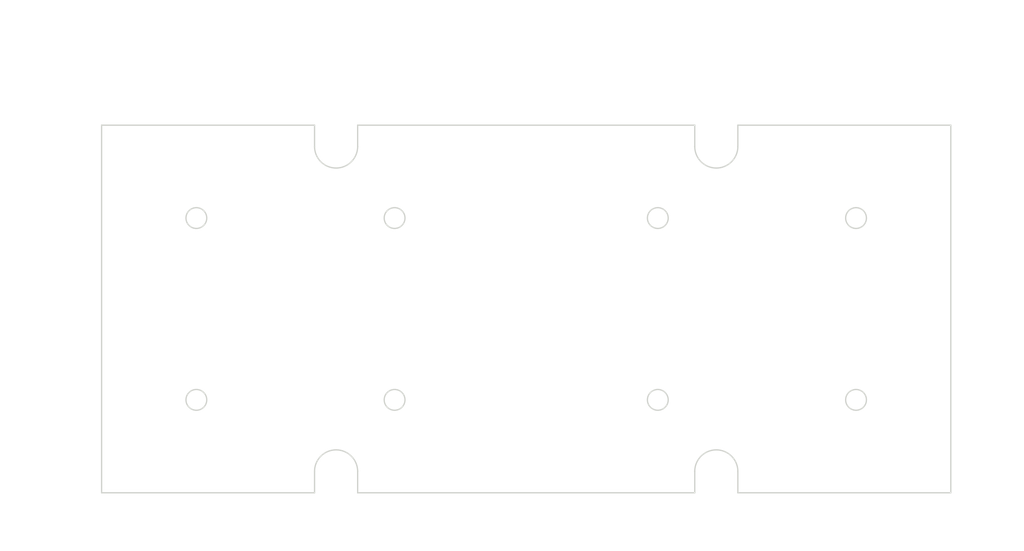
<source format=kicad_pcb>
(kicad_pcb (version 20171130) (host pcbnew "(5.1.0)-1")

  (general
    (thickness 1.6)
    (drawings 82)
    (tracks 0)
    (zones 0)
    (modules 0)
    (nets 1)
  )

  (page A4)
  (layers
    (0 F.Cu signal)
    (31 B.Cu signal)
    (32 B.Adhes user)
    (33 F.Adhes user)
    (34 B.Paste user)
    (35 F.Paste user)
    (36 B.SilkS user)
    (37 F.SilkS user)
    (38 B.Mask user)
    (39 F.Mask user)
    (40 Dwgs.User user)
    (41 Cmts.User user)
    (42 Eco1.User user)
    (43 Eco2.User user)
    (44 Edge.Cuts user)
    (45 Margin user)
    (46 B.CrtYd user)
    (47 F.CrtYd user)
    (48 B.Fab user)
    (49 F.Fab user)
  )

  (setup
    (last_trace_width 0.25)
    (trace_clearance 0.2)
    (zone_clearance 0.508)
    (zone_45_only no)
    (trace_min 0.2)
    (via_size 0.8)
    (via_drill 0.4)
    (via_min_size 0.4)
    (via_min_drill 0.3)
    (uvia_size 0.3)
    (uvia_drill 0.1)
    (uvias_allowed no)
    (uvia_min_size 0.2)
    (uvia_min_drill 0.1)
    (edge_width 0.05)
    (segment_width 0.2)
    (pcb_text_width 0.3)
    (pcb_text_size 1.5 1.5)
    (mod_edge_width 0.12)
    (mod_text_size 1 1)
    (mod_text_width 0.15)
    (pad_size 1.524 1.524)
    (pad_drill 0.762)
    (pad_to_mask_clearance 0.051)
    (solder_mask_min_width 0.25)
    (aux_axis_origin 0 0)
    (visible_elements FFFFFF7F)
    (pcbplotparams
      (layerselection 0x010fc_ffffffff)
      (usegerberextensions false)
      (usegerberattributes false)
      (usegerberadvancedattributes false)
      (creategerberjobfile false)
      (excludeedgelayer true)
      (linewidth 0.152400)
      (plotframeref false)
      (viasonmask false)
      (mode 1)
      (useauxorigin false)
      (hpglpennumber 1)
      (hpglpenspeed 20)
      (hpglpendiameter 15.000000)
      (psnegative false)
      (psa4output false)
      (plotreference true)
      (plotvalue true)
      (plotinvisibletext false)
      (padsonsilk false)
      (subtractmaskfromsilk false)
      (outputformat 1)
      (mirror false)
      (drillshape 1)
      (scaleselection 1)
      (outputdirectory ""))
  )

  (net 0 "")

  (net_class Default "This is the default net class."
    (clearance 0.2)
    (trace_width 0.25)
    (via_dia 0.8)
    (via_drill 0.4)
    (uvia_dia 0.3)
    (uvia_drill 0.1)
  )

  (gr_line (start 222.583303 74.647314) (end 222.583303 131.258567) (layer Edge.Cuts) (width 0.2))
  (gr_line (start 189.818412 74.647314) (end 222.583303 74.647314) (layer Edge.Cuts) (width 0.2))
  (gr_line (start 189.818412 77.952941) (end 189.818412 74.647314) (layer Edge.Cuts) (width 0.2))
  (gr_arc (start 186.50232 77.952941) (end 183.186228 77.952941) (angle -180) (layer Edge.Cuts) (width 0.2))
  (gr_line (start 183.186228 74.647314) (end 183.186228 77.952941) (layer Edge.Cuts) (width 0.2))
  (gr_line (start 131.318412 74.647314) (end 183.186228 74.647314) (layer Edge.Cuts) (width 0.2))
  (gr_line (start 131.318412 77.952941) (end 131.318412 74.647314) (layer Edge.Cuts) (width 0.2))
  (gr_arc (start 128.00232 77.952941) (end 124.686228 77.952941) (angle -180) (layer Edge.Cuts) (width 0.2))
  (gr_line (start 124.686228 74.647314) (end 124.686228 77.952941) (layer Edge.Cuts) (width 0.2))
  (gr_line (start 91.921337 74.647314) (end 124.686228 74.647314) (layer Edge.Cuts) (width 0.2))
  (gr_line (start 91.921337 131.258567) (end 91.921337 74.647314) (layer Edge.Cuts) (width 0.2))
  (gr_line (start 124.686228 131.258567) (end 91.921337 131.258567) (layer Edge.Cuts) (width 0.2))
  (gr_line (start 124.686228 127.952941) (end 124.686228 131.258567) (layer Edge.Cuts) (width 0.2))
  (gr_arc (start 128.00232 127.952941) (end 131.318412 127.952941) (angle -180) (layer Edge.Cuts) (width 0.2))
  (gr_line (start 131.318412 131.258567) (end 131.318412 127.952941) (layer Edge.Cuts) (width 0.2))
  (gr_line (start 183.186228 131.258567) (end 131.318412 131.258567) (layer Edge.Cuts) (width 0.2))
  (gr_line (start 183.186228 127.952941) (end 183.186228 131.258567) (layer Edge.Cuts) (width 0.2))
  (gr_arc (start 186.50232 127.952941) (end 189.818412 127.952941) (angle -180) (layer Edge.Cuts) (width 0.2))
  (gr_line (start 189.818412 131.258567) (end 189.818412 127.952941) (layer Edge.Cuts) (width 0.2))
  (gr_line (start 222.583303 131.258567) (end 189.818412 131.258567) (layer Edge.Cuts) (width 0.2))
  (gr_circle (center 106.50232 116.952941) (end 108.10232 116.952941) (layer Edge.Cuts) (width 0.2))
  (gr_circle (center 137.00232 88.952941) (end 138.60232 88.952941) (layer Edge.Cuts) (width 0.2))
  (gr_circle (center 177.50232 88.952941) (end 179.10232 88.952941) (layer Edge.Cuts) (width 0.2))
  (gr_circle (center 208.00232 88.952941) (end 209.60232 88.952941) (layer Edge.Cuts) (width 0.2))
  (gr_circle (center 208.00232 116.952941) (end 209.60232 116.952941) (layer Edge.Cuts) (width 0.2))
  (gr_circle (center 177.50232 116.952941) (end 179.10232 116.952941) (layer Edge.Cuts) (width 0.2))
  (gr_circle (center 137.00232 116.952941) (end 138.60232 116.952941) (layer Edge.Cuts) (width 0.2))
  (gr_circle (center 106.50232 88.952941) (end 108.10232 88.952941) (layer Edge.Cuts) (width 0.2))
  (gr_text [.56] (at 229.837044 125.995215) (layer Dwgs.User)
    (effects (font (size 1.7 1.53) (thickness 0.2125)))
  )
  (gr_text " 14.31" (at 229.837044 122.4372) (layer Dwgs.User)
    (effects (font (size 1.7 1.53) (thickness 0.2125)))
  )
  (gr_line (start 229.837044 118.952941) (end 229.837044 120.547739) (layer Dwgs.User) (width 0.2))
  (gr_line (start 229.837044 129.258567) (end 229.837044 127.663769) (layer Dwgs.User) (width 0.2))
  (gr_line (start 209.00232 116.952941) (end 233.012044 116.952941) (layer Dwgs.User) (width 0.2))
  (gr_line (start 223.583303 131.258567) (end 233.012044 131.258567) (layer Dwgs.User) (width 0.2))
  (gr_text [.57] (at 215.292811 138.827792) (layer Dwgs.User)
    (effects (font (size 1.7 1.53) (thickness 0.2125)))
  )
  (gr_text " 14.58" (at 215.292811 135.273836) (layer Dwgs.User)
    (effects (font (size 1.7 1.53) (thickness 0.2125)))
  )
  (gr_line (start 220.583303 136.94181) (end 219.342061 136.94181) (layer Dwgs.User) (width 0.2))
  (gr_line (start 210.00232 136.94181) (end 211.243562 136.94181) (layer Dwgs.User) (width 0.2))
  (gr_line (start 222.583303 132.258567) (end 222.583303 140.11681) (layer Dwgs.User) (width 0.2))
  (gr_line (start 208.00232 117.952941) (end 208.00232 140.11681) (layer Dwgs.User) (width 0.2))
  (gr_text [2.23] (at 80.316042 104.842402) (layer Dwgs.User)
    (effects (font (size 1.7 1.53) (thickness 0.2125)))
  )
  (gr_text " 56.61" (at 80.316042 101.284967) (layer Dwgs.User)
    (effects (font (size 1.7 1.53) (thickness 0.2125)))
  )
  (gr_line (start 80.316042 129.258567) (end 80.316042 106.510376) (layer Dwgs.User) (width 0.2))
  (gr_line (start 80.316042 76.647314) (end 80.316042 99.395505) (layer Dwgs.User) (width 0.2))
  (gr_line (start 90.921337 131.258567) (end 77.141042 131.258567) (layer Dwgs.User) (width 0.2))
  (gr_line (start 90.921337 74.647314) (end 77.141042 74.647314) (layer Dwgs.User) (width 0.2))
  (gr_text [1.20] (at 192.75232 138.831271) (layer Dwgs.User)
    (effects (font (size 1.7 1.53) (thickness 0.2125)))
  )
  (gr_text " 30.50" (at 192.75232 135.273256) (layer Dwgs.User)
    (effects (font (size 1.7 1.53) (thickness 0.2125)))
  )
  (gr_line (start 179.50232 136.94181) (end 188.707709 136.94181) (layer Dwgs.User) (width 0.2))
  (gr_line (start 206.00232 136.94181) (end 196.796931 136.94181) (layer Dwgs.User) (width 0.2))
  (gr_line (start 177.50232 117.952941) (end 177.50232 140.11681) (layer Dwgs.User) (width 0.2))
  (gr_line (start 208.00232 117.952941) (end 208.00232 140.11681) (layer Dwgs.User) (width 0.2))
  (gr_text [1.10] (at 229.798514 104.842402) (layer Dwgs.User)
    (effects (font (size 1.7 1.53) (thickness 0.2125)))
  )
  (gr_text " 28.00" (at 229.798514 101.284967) (layer Dwgs.User)
    (effects (font (size 1.7 1.53) (thickness 0.2125)))
  )
  (gr_line (start 229.798514 114.952941) (end 229.798514 106.510376) (layer Dwgs.User) (width 0.2))
  (gr_line (start 229.798514 90.952941) (end 229.798514 99.395505) (layer Dwgs.User) (width 0.2))
  (gr_line (start 209.00232 116.952941) (end 232.973514 116.952941) (layer Dwgs.User) (width 0.2))
  (gr_line (start 209.00232 88.952941) (end 232.973514 88.952941) (layer Dwgs.User) (width 0.2))
  (gr_text [.13] (at 145.857656 68.564443) (layer Dwgs.User)
    (effects (font (size 1.7 1.53) (thickness 0.2125)))
  )
  (gr_text " 3.31" (at 145.857656 65.006428) (layer Dwgs.User)
    (effects (font (size 1.7 1.53) (thickness 0.2125)))
  )
  (gr_line (start 140.634635 66.674982) (end 142.634635 66.674982) (layer Dwgs.User) (width 0.2))
  (gr_line (start 140.634635 72.647314) (end 140.634635 66.674982) (layer Dwgs.User) (width 0.2))
  (gr_line (start 140.634635 79.952941) (end 140.634635 81.952941) (layer Dwgs.User) (width 0.2))
  (gr_line (start 129.00232 77.952941) (end 143.809635 77.952941) (layer Dwgs.User) (width 0.2))
  (gr_text [.26] (at 136.70552 69.547852) (layer Dwgs.User)
    (effects (font (size 1.7 1.53) (thickness 0.2125)))
  )
  (gr_text " 6.63" (at 136.70552 65.989837) (layer Dwgs.User)
    (effects (font (size 1.7 1.53) (thickness 0.2125)))
  )
  (gr_line (start 131.318412 67.658391) (end 133.318412 67.658391) (layer Dwgs.User) (width 0.2))
  (gr_line (start 126.686228 67.658391) (end 129.318412 67.658391) (layer Dwgs.User) (width 0.2))
  (gr_line (start 131.318412 73.647314) (end 131.318412 64.483391) (layer Dwgs.User) (width 0.2))
  (gr_line (start 124.686228 73.647314) (end 124.686228 64.483391) (layer Dwgs.User) (width 0.2))
  (gr_text [1.29] (at 108.303783 69.547852) (layer Dwgs.User)
    (effects (font (size 1.7 1.53) (thickness 0.2125)))
  )
  (gr_text " 32.76" (at 108.303783 65.989837) (layer Dwgs.User)
    (effects (font (size 1.7 1.53) (thickness 0.2125)))
  )
  (gr_line (start 122.686228 67.658391) (end 112.350713 67.658391) (layer Dwgs.User) (width 0.2))
  (gr_line (start 93.921337 67.658391) (end 104.256852 67.658391) (layer Dwgs.User) (width 0.2))
  (gr_line (start 124.686228 73.647314) (end 124.686228 64.483391) (layer Dwgs.User) (width 0.2))
  (gr_line (start 91.921337 73.647314) (end 91.921337 64.483391) (layer Dwgs.User) (width 0.2))
  (gr_text [5.14] (at 157.25232 60.536775) (layer Dwgs.User)
    (effects (font (size 1.7 1.53) (thickness 0.2125)))
  )
  (gr_text " 130.66" (at 157.25232 56.97876) (layer Dwgs.User)
    (effects (font (size 1.7 1.53) (thickness 0.2125)))
  )
  (gr_line (start 220.583303 58.647314) (end 161.959653 58.647314) (layer Dwgs.User) (width 0.2))
  (gr_line (start 93.921337 58.647314) (end 152.544987 58.647314) (layer Dwgs.User) (width 0.2))
  (gr_line (start 222.583303 73.647314) (end 222.583303 55.472314) (layer Dwgs.User) (width 0.2))
  (gr_line (start 91.921337 73.647314) (end 91.921337 55.472314) (layer Dwgs.User) (width 0.2))

)

</source>
